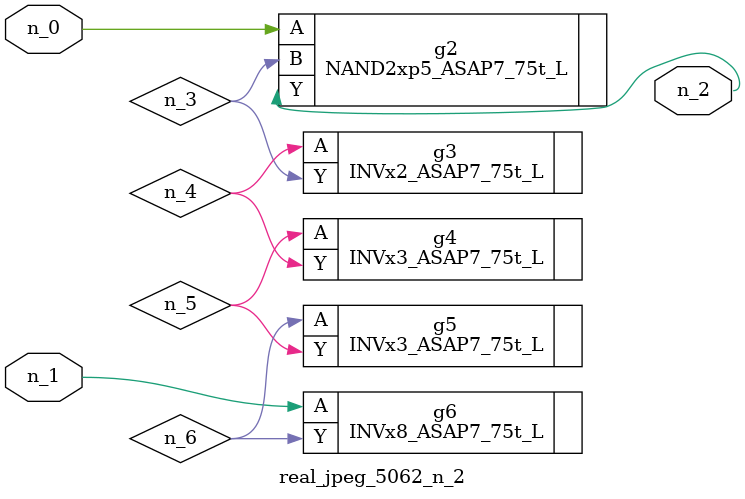
<source format=v>
module real_jpeg_5062_n_2 (n_1, n_0, n_2);

input n_1;
input n_0;

output n_2;

wire n_5;
wire n_4;
wire n_6;
wire n_3;

NAND2xp5_ASAP7_75t_L g2 ( 
.A(n_0),
.B(n_3),
.Y(n_2)
);

INVx8_ASAP7_75t_L g6 ( 
.A(n_1),
.Y(n_6)
);

INVx2_ASAP7_75t_L g3 ( 
.A(n_4),
.Y(n_3)
);

INVx3_ASAP7_75t_L g4 ( 
.A(n_5),
.Y(n_4)
);

INVx3_ASAP7_75t_L g5 ( 
.A(n_6),
.Y(n_5)
);


endmodule
</source>
